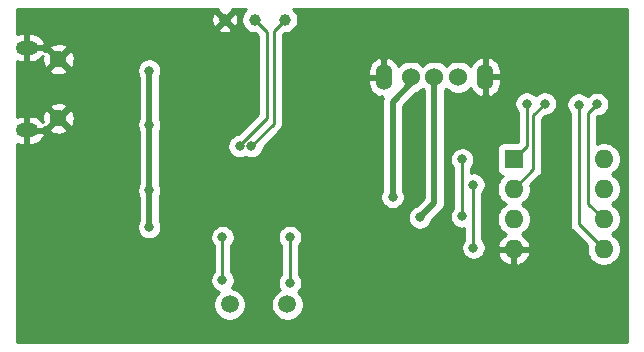
<source format=gbr>
%TF.GenerationSoftware,KiCad,Pcbnew,5.1.9+dfsg1-1~bpo10+1*%
%TF.CreationDate,2021-05-16T10:46:30+08:00*%
%TF.ProjectId,serprog,73657270-726f-4672-9e6b-696361645f70,rev?*%
%TF.SameCoordinates,Original*%
%TF.FileFunction,Copper,L2,Bot*%
%TF.FilePolarity,Positive*%
%FSLAX46Y46*%
G04 Gerber Fmt 4.6, Leading zero omitted, Abs format (unit mm)*
G04 Created by KiCad (PCBNEW 5.1.9+dfsg1-1~bpo10+1) date 2021-05-16 10:46:30*
%MOMM*%
%LPD*%
G01*
G04 APERTURE LIST*
%TA.AperFunction,ComponentPad*%
%ADD10C,1.450000*%
%TD*%
%TA.AperFunction,ComponentPad*%
%ADD11O,1.900000X1.200000*%
%TD*%
%TA.AperFunction,SMDPad,CuDef*%
%ADD12C,1.000000*%
%TD*%
%TA.AperFunction,ComponentPad*%
%ADD13O,1.600000X1.600000*%
%TD*%
%TA.AperFunction,ComponentPad*%
%ADD14R,1.600000X1.600000*%
%TD*%
%TA.AperFunction,ComponentPad*%
%ADD15C,1.500000*%
%TD*%
%TA.AperFunction,ComponentPad*%
%ADD16O,1.400000X2.200000*%
%TD*%
%TA.AperFunction,ComponentPad*%
%ADD17C,1.524000*%
%TD*%
%TA.AperFunction,ViaPad*%
%ADD18C,0.800000*%
%TD*%
%TA.AperFunction,Conductor*%
%ADD19C,0.250000*%
%TD*%
%TA.AperFunction,Conductor*%
%ADD20C,0.500000*%
%TD*%
%TA.AperFunction,Conductor*%
%ADD21C,0.254000*%
%TD*%
%TA.AperFunction,Conductor*%
%ADD22C,0.100000*%
%TD*%
G04 APERTURE END LIST*
D10*
%TO.P,J1,6*%
%TO.N,GND*%
X106262500Y-60700000D03*
X106262500Y-65700000D03*
D11*
X103562500Y-59700000D03*
X103562500Y-66700000D03*
%TD*%
D12*
%TO.P,RX,1*%
%TO.N,USART1_RX*%
X122880000Y-57350000D03*
%TD*%
%TO.P,TX,1*%
%TO.N,USART1_TX*%
X125420000Y-57350000D03*
%TD*%
%TO.P,G,1*%
%TO.N,GND*%
X120340000Y-57350000D03*
%TD*%
D13*
%TO.P,U4,8*%
%TO.N,FLASH_VCC*%
X152420000Y-69150000D03*
%TO.P,U4,4*%
%TO.N,GND*%
X144800000Y-76770000D03*
%TO.P,U4,7*%
%TO.N,FLASH_VCC*%
X152420000Y-71690000D03*
%TO.P,U4,3*%
X144800000Y-74230000D03*
%TO.P,U4,6*%
%TO.N,FLASH_SCK*%
X152420000Y-74230000D03*
%TO.P,U4,2*%
%TO.N,FLASH_MISO*%
X144800000Y-71690000D03*
%TO.P,U4,5*%
%TO.N,FLASH_MOSI*%
X152420000Y-76770000D03*
D14*
%TO.P,U4,1*%
%TO.N,FLASH_NSS*%
X144800000Y-69150000D03*
%TD*%
D15*
%TO.P,Y1,2*%
%TO.N,OSC_O*%
X125630000Y-81450000D03*
%TO.P,Y1,1*%
%TO.N,OSC_I*%
X120750000Y-81450000D03*
%TD*%
D16*
%TO.P,SW1,*%
%TO.N,GND*%
X142400000Y-62190000D03*
X133800000Y-62200000D03*
D17*
%TO.P,SW1,3*%
%TO.N,+1V8*%
X140100000Y-62200000D03*
%TO.P,SW1,2*%
%TO.N,FLASH_VCC*%
X138100000Y-62200000D03*
%TO.P,SW1,1*%
%TO.N,+3V3*%
X136100000Y-62200000D03*
%TD*%
D18*
%TO.N,GND*%
X124850000Y-74950002D03*
X115150000Y-80650000D03*
X128400000Y-80700000D03*
X129600000Y-63100000D03*
X116750000Y-64550000D03*
X119850000Y-68050000D03*
X122350000Y-61750000D03*
X104550000Y-69000000D03*
X104550000Y-71600000D03*
X108030000Y-70390000D03*
X104050000Y-80700000D03*
X103900000Y-83900000D03*
X144200000Y-63800000D03*
X143850000Y-57800000D03*
X153450000Y-57900000D03*
X146490000Y-81360000D03*
X138610000Y-83230000D03*
X138550000Y-80030000D03*
X153330000Y-81710000D03*
X149660000Y-79330000D03*
X115350000Y-72200000D03*
X115300000Y-74350000D03*
X125700000Y-64100000D03*
X130650000Y-70050000D03*
X142950000Y-70700000D03*
X143000000Y-72950000D03*
X148300000Y-69650000D03*
X115200000Y-77150000D03*
X109240000Y-83130000D03*
X113230000Y-83190000D03*
X129510000Y-57160000D03*
X114790000Y-57210000D03*
X107280000Y-57290000D03*
X132120000Y-84190000D03*
X135350000Y-75750000D03*
X126725000Y-68475008D03*
X136075000Y-66225000D03*
X136200000Y-71200000D03*
X142175000Y-68275000D03*
%TO.N,nRST*%
X120150000Y-75750000D03*
X120150000Y-79400000D03*
%TO.N,+3V3*%
X134550000Y-72350000D03*
X113950000Y-66250000D03*
X113950000Y-61650000D03*
X113950000Y-71800000D03*
X113950000Y-74900000D03*
%TO.N,FLASH_VCC*%
X136850000Y-74075000D03*
%TO.N,USART1_RX*%
X121599991Y-68052216D03*
%TO.N,USART1_TX*%
X122600000Y-68050000D03*
%TO.N,FLASH_NSS*%
X145900000Y-64450000D03*
X140450000Y-74000000D03*
X140450000Y-69175006D03*
%TO.N,FLASH_SCK*%
X151850000Y-64500000D03*
%TO.N,FLASH_MOSI*%
X141400000Y-76650000D03*
X150300000Y-64525000D03*
X141400000Y-71299998D03*
%TO.N,FLASH_MISO*%
X147450000Y-64450000D03*
%TO.N,PA0*%
X125850000Y-75750000D03*
X125850000Y-79650000D03*
%TD*%
D19*
%TO.N,nRST*%
X120150000Y-79400000D02*
X120150000Y-75750000D01*
D20*
%TO.N,+3V3*%
X134550000Y-72350000D02*
X134550000Y-72350000D01*
X113950000Y-66250000D02*
X113950000Y-61650000D01*
X113950000Y-61650000D02*
X113950000Y-61650000D01*
X113960000Y-70000000D02*
X113950000Y-69990000D01*
X113950000Y-66250000D02*
X113950000Y-69990000D01*
X113950000Y-69990000D02*
X113950000Y-71800000D01*
X113950000Y-71800000D02*
X113950000Y-74900000D01*
X134550000Y-64275000D02*
X134550000Y-72350000D01*
X136100000Y-62200000D02*
X136100000Y-62725000D01*
X136100000Y-62725000D02*
X134550000Y-64275000D01*
%TO.N,FLASH_VCC*%
X138100000Y-72825000D02*
X136850000Y-74075000D01*
X138100000Y-62200000D02*
X138100000Y-72825000D01*
D19*
%TO.N,USART1_RX*%
X121599991Y-67977007D02*
X121599991Y-68052216D01*
X123900000Y-65676998D02*
X121599991Y-67977007D01*
X122880000Y-57350000D02*
X123900000Y-58370000D01*
X123900000Y-58370000D02*
X123900000Y-65676998D01*
%TO.N,USART1_TX*%
X124500000Y-66150000D02*
X122600000Y-68050000D01*
X124500000Y-58300000D02*
X124500000Y-66150000D01*
X125420000Y-57350000D02*
X125450000Y-57350000D01*
X125450000Y-57350000D02*
X124500000Y-58300000D01*
%TO.N,FLASH_NSS*%
X145900000Y-68050000D02*
X144800000Y-69150000D01*
X145900000Y-64450000D02*
X145900000Y-68050000D01*
X140450000Y-74000000D02*
X140450000Y-73434315D01*
X140450000Y-73434315D02*
X140450000Y-69175006D01*
%TO.N,FLASH_SCK*%
X151850000Y-64500000D02*
X151100011Y-65249989D01*
X151100011Y-65249989D02*
X151100011Y-72910011D01*
X151100011Y-72910011D02*
X152420000Y-74230000D01*
%TO.N,FLASH_MOSI*%
X150300000Y-74650000D02*
X150300000Y-64525000D01*
X152420000Y-76770000D02*
X150300000Y-74650000D01*
X141400000Y-76650000D02*
X141400000Y-71299998D01*
%TO.N,FLASH_MISO*%
X146475000Y-65425000D02*
X147450000Y-64450000D01*
X144800000Y-71690000D02*
X146475000Y-70015000D01*
X146475000Y-70015000D02*
X146475000Y-65425000D01*
%TO.N,PA0*%
X125850000Y-75750000D02*
X125850000Y-79650000D01*
%TD*%
D21*
%TO.N,GND*%
X119741439Y-56571834D02*
X120340000Y-57170395D01*
X120938561Y-56571834D01*
X120920163Y-56460000D01*
X122169034Y-56460000D01*
X122156480Y-56468388D01*
X121998388Y-56626480D01*
X121874176Y-56812376D01*
X121788617Y-57018933D01*
X121745000Y-57238212D01*
X121745000Y-57461788D01*
X121788617Y-57681067D01*
X121874176Y-57887624D01*
X121998388Y-58073520D01*
X122156480Y-58231612D01*
X122342376Y-58355824D01*
X122548933Y-58441383D01*
X122768212Y-58485000D01*
X122940198Y-58485000D01*
X123140000Y-58684802D01*
X123140001Y-65362195D01*
X121481735Y-67020462D01*
X121298093Y-67056990D01*
X121109735Y-67135011D01*
X120940217Y-67248279D01*
X120796054Y-67392442D01*
X120682786Y-67561960D01*
X120604765Y-67750318D01*
X120564991Y-67950277D01*
X120564991Y-68154155D01*
X120604765Y-68354114D01*
X120682786Y-68542472D01*
X120796054Y-68711990D01*
X120940217Y-68856153D01*
X121109735Y-68969421D01*
X121298093Y-69047442D01*
X121498052Y-69087216D01*
X121701930Y-69087216D01*
X121901889Y-69047442D01*
X122090247Y-68969421D01*
X122101654Y-68961799D01*
X122109744Y-68967205D01*
X122298102Y-69045226D01*
X122498061Y-69085000D01*
X122701939Y-69085000D01*
X122901898Y-69045226D01*
X123090256Y-68967205D01*
X123259774Y-68853937D01*
X123403937Y-68709774D01*
X123517205Y-68540256D01*
X123595226Y-68351898D01*
X123635000Y-68151939D01*
X123635000Y-68089801D01*
X125011003Y-66713799D01*
X125040001Y-66690001D01*
X125134974Y-66574276D01*
X125205546Y-66442247D01*
X125249003Y-66298986D01*
X125260000Y-66187333D01*
X125260000Y-66187325D01*
X125263676Y-66150000D01*
X125260000Y-66112675D01*
X125260000Y-62327000D01*
X132465000Y-62327000D01*
X132465000Y-62727000D01*
X132515428Y-62985005D01*
X132615221Y-63228215D01*
X132760545Y-63447283D01*
X132945815Y-63633790D01*
X133163910Y-63780569D01*
X133406450Y-63881980D01*
X133466671Y-63892716D01*
X133672998Y-63769375D01*
X133672998Y-63935000D01*
X133728316Y-63935000D01*
X133720733Y-63959999D01*
X133678044Y-64100724D01*
X133677805Y-64101511D01*
X133665000Y-64231524D01*
X133665000Y-64231531D01*
X133660719Y-64275000D01*
X133665000Y-64318469D01*
X133665001Y-71811544D01*
X133632795Y-71859744D01*
X133554774Y-72048102D01*
X133515000Y-72248061D01*
X133515000Y-72451939D01*
X133554774Y-72651898D01*
X133632795Y-72840256D01*
X133746063Y-73009774D01*
X133890226Y-73153937D01*
X134059744Y-73267205D01*
X134248102Y-73345226D01*
X134448061Y-73385000D01*
X134651939Y-73385000D01*
X134851898Y-73345226D01*
X135040256Y-73267205D01*
X135209774Y-73153937D01*
X135353937Y-73009774D01*
X135467205Y-72840256D01*
X135545226Y-72651898D01*
X135585000Y-72451939D01*
X135585000Y-72248061D01*
X135545226Y-72048102D01*
X135467205Y-71859744D01*
X135435000Y-71811546D01*
X135435000Y-64641578D01*
X136551491Y-63525088D01*
X136761727Y-63438005D01*
X136990535Y-63285120D01*
X137100000Y-63175655D01*
X137209465Y-63285120D01*
X137215000Y-63288818D01*
X137215001Y-72458420D01*
X136604957Y-73068465D01*
X136548102Y-73079774D01*
X136359744Y-73157795D01*
X136190226Y-73271063D01*
X136046063Y-73415226D01*
X135932795Y-73584744D01*
X135854774Y-73773102D01*
X135815000Y-73973061D01*
X135815000Y-74176939D01*
X135854774Y-74376898D01*
X135932795Y-74565256D01*
X136046063Y-74734774D01*
X136190226Y-74878937D01*
X136359744Y-74992205D01*
X136548102Y-75070226D01*
X136748061Y-75110000D01*
X136951939Y-75110000D01*
X137151898Y-75070226D01*
X137340256Y-74992205D01*
X137509774Y-74878937D01*
X137653937Y-74734774D01*
X137767205Y-74565256D01*
X137845226Y-74376898D01*
X137856535Y-74320043D01*
X138695049Y-73481530D01*
X138728817Y-73453817D01*
X138839411Y-73319059D01*
X138921589Y-73165313D01*
X138972195Y-72998490D01*
X138985000Y-72868477D01*
X138985000Y-72868469D01*
X138989281Y-72825000D01*
X138985000Y-72781531D01*
X138985000Y-69073067D01*
X139415000Y-69073067D01*
X139415000Y-69276945D01*
X139454774Y-69476904D01*
X139532795Y-69665262D01*
X139646063Y-69834780D01*
X139690001Y-69878718D01*
X139690000Y-73296289D01*
X139646063Y-73340226D01*
X139532795Y-73509744D01*
X139454774Y-73698102D01*
X139415000Y-73898061D01*
X139415000Y-74101939D01*
X139454774Y-74301898D01*
X139532795Y-74490256D01*
X139646063Y-74659774D01*
X139790226Y-74803937D01*
X139959744Y-74917205D01*
X140148102Y-74995226D01*
X140348061Y-75035000D01*
X140551939Y-75035000D01*
X140640000Y-75017484D01*
X140640000Y-75946289D01*
X140596063Y-75990226D01*
X140482795Y-76159744D01*
X140404774Y-76348102D01*
X140365000Y-76548061D01*
X140365000Y-76751939D01*
X140404774Y-76951898D01*
X140482795Y-77140256D01*
X140596063Y-77309774D01*
X140740226Y-77453937D01*
X140909744Y-77567205D01*
X141098102Y-77645226D01*
X141298061Y-77685000D01*
X141501939Y-77685000D01*
X141701898Y-77645226D01*
X141890256Y-77567205D01*
X142059774Y-77453937D01*
X142203937Y-77309774D01*
X142317205Y-77140256D01*
X142325993Y-77119039D01*
X143408096Y-77119039D01*
X143448754Y-77253087D01*
X143568963Y-77507420D01*
X143736481Y-77733414D01*
X143944869Y-77922385D01*
X144186119Y-78067070D01*
X144450960Y-78161909D01*
X144673000Y-78040624D01*
X144673000Y-76897000D01*
X144927000Y-76897000D01*
X144927000Y-78040624D01*
X145149040Y-78161909D01*
X145413881Y-78067070D01*
X145655131Y-77922385D01*
X145863519Y-77733414D01*
X146031037Y-77507420D01*
X146151246Y-77253087D01*
X146191904Y-77119039D01*
X146069915Y-76897000D01*
X144927000Y-76897000D01*
X144673000Y-76897000D01*
X143530085Y-76897000D01*
X143408096Y-77119039D01*
X142325993Y-77119039D01*
X142395226Y-76951898D01*
X142435000Y-76751939D01*
X142435000Y-76548061D01*
X142395226Y-76348102D01*
X142317205Y-76159744D01*
X142203937Y-75990226D01*
X142160000Y-75946289D01*
X142160000Y-72003709D01*
X142203937Y-71959772D01*
X142317205Y-71790254D01*
X142395226Y-71601896D01*
X142435000Y-71401937D01*
X142435000Y-71198059D01*
X142395226Y-70998100D01*
X142317205Y-70809742D01*
X142203937Y-70640224D01*
X142059774Y-70496061D01*
X141890256Y-70382793D01*
X141701898Y-70304772D01*
X141501939Y-70264998D01*
X141298061Y-70264998D01*
X141210000Y-70282514D01*
X141210000Y-69878717D01*
X141253937Y-69834780D01*
X141367205Y-69665262D01*
X141445226Y-69476904D01*
X141485000Y-69276945D01*
X141485000Y-69073067D01*
X141445226Y-68873108D01*
X141367205Y-68684750D01*
X141253937Y-68515232D01*
X141109774Y-68371069D01*
X141078242Y-68350000D01*
X143361928Y-68350000D01*
X143361928Y-69950000D01*
X143374188Y-70074482D01*
X143410498Y-70194180D01*
X143469463Y-70304494D01*
X143548815Y-70401185D01*
X143645506Y-70480537D01*
X143755820Y-70539502D01*
X143875518Y-70575812D01*
X143883961Y-70576643D01*
X143685363Y-70775241D01*
X143528320Y-71010273D01*
X143420147Y-71271426D01*
X143365000Y-71548665D01*
X143365000Y-71831335D01*
X143420147Y-72108574D01*
X143528320Y-72369727D01*
X143685363Y-72604759D01*
X143885241Y-72804637D01*
X144117759Y-72960000D01*
X143885241Y-73115363D01*
X143685363Y-73315241D01*
X143528320Y-73550273D01*
X143420147Y-73811426D01*
X143365000Y-74088665D01*
X143365000Y-74371335D01*
X143420147Y-74648574D01*
X143528320Y-74909727D01*
X143685363Y-75144759D01*
X143885241Y-75344637D01*
X144120273Y-75501680D01*
X144130865Y-75506067D01*
X143944869Y-75617615D01*
X143736481Y-75806586D01*
X143568963Y-76032580D01*
X143448754Y-76286913D01*
X143408096Y-76420961D01*
X143530085Y-76643000D01*
X144673000Y-76643000D01*
X144673000Y-76623000D01*
X144927000Y-76623000D01*
X144927000Y-76643000D01*
X146069915Y-76643000D01*
X146191904Y-76420961D01*
X146151246Y-76286913D01*
X146031037Y-76032580D01*
X145863519Y-75806586D01*
X145655131Y-75617615D01*
X145469135Y-75506067D01*
X145479727Y-75501680D01*
X145714759Y-75344637D01*
X145914637Y-75144759D01*
X146071680Y-74909727D01*
X146179853Y-74648574D01*
X146235000Y-74371335D01*
X146235000Y-74088665D01*
X146179853Y-73811426D01*
X146071680Y-73550273D01*
X145914637Y-73315241D01*
X145714759Y-73115363D01*
X145482241Y-72960000D01*
X145714759Y-72804637D01*
X145914637Y-72604759D01*
X146071680Y-72369727D01*
X146179853Y-72108574D01*
X146235000Y-71831335D01*
X146235000Y-71548665D01*
X146198688Y-71366114D01*
X146986004Y-70578798D01*
X147015001Y-70555001D01*
X147109974Y-70439276D01*
X147180546Y-70307247D01*
X147224003Y-70163986D01*
X147235000Y-70052333D01*
X147235000Y-70052325D01*
X147238676Y-70015000D01*
X147235000Y-69977675D01*
X147235000Y-65739801D01*
X147489801Y-65485000D01*
X147551939Y-65485000D01*
X147751898Y-65445226D01*
X147940256Y-65367205D01*
X148109774Y-65253937D01*
X148253937Y-65109774D01*
X148367205Y-64940256D01*
X148445226Y-64751898D01*
X148485000Y-64551939D01*
X148485000Y-64423061D01*
X149265000Y-64423061D01*
X149265000Y-64626939D01*
X149304774Y-64826898D01*
X149382795Y-65015256D01*
X149496063Y-65184774D01*
X149540001Y-65228712D01*
X149540000Y-74612678D01*
X149536324Y-74650000D01*
X149540000Y-74687322D01*
X149540000Y-74687332D01*
X149550997Y-74798985D01*
X149571014Y-74864973D01*
X149594454Y-74942246D01*
X149665026Y-75074276D01*
X149694344Y-75110000D01*
X149759999Y-75190001D01*
X149789003Y-75213804D01*
X151021312Y-76446114D01*
X150985000Y-76628665D01*
X150985000Y-76911335D01*
X151040147Y-77188574D01*
X151148320Y-77449727D01*
X151305363Y-77684759D01*
X151505241Y-77884637D01*
X151740273Y-78041680D01*
X152001426Y-78149853D01*
X152278665Y-78205000D01*
X152561335Y-78205000D01*
X152838574Y-78149853D01*
X153099727Y-78041680D01*
X153334759Y-77884637D01*
X153534637Y-77684759D01*
X153691680Y-77449727D01*
X153799853Y-77188574D01*
X153855000Y-76911335D01*
X153855000Y-76628665D01*
X153799853Y-76351426D01*
X153691680Y-76090273D01*
X153534637Y-75855241D01*
X153334759Y-75655363D01*
X153102241Y-75500000D01*
X153334759Y-75344637D01*
X153534637Y-75144759D01*
X153691680Y-74909727D01*
X153799853Y-74648574D01*
X153855000Y-74371335D01*
X153855000Y-74088665D01*
X153799853Y-73811426D01*
X153691680Y-73550273D01*
X153534637Y-73315241D01*
X153334759Y-73115363D01*
X153102241Y-72960000D01*
X153334759Y-72804637D01*
X153534637Y-72604759D01*
X153691680Y-72369727D01*
X153799853Y-72108574D01*
X153855000Y-71831335D01*
X153855000Y-71548665D01*
X153799853Y-71271426D01*
X153691680Y-71010273D01*
X153534637Y-70775241D01*
X153334759Y-70575363D01*
X153102241Y-70420000D01*
X153334759Y-70264637D01*
X153534637Y-70064759D01*
X153691680Y-69829727D01*
X153799853Y-69568574D01*
X153855000Y-69291335D01*
X153855000Y-69008665D01*
X153799853Y-68731426D01*
X153691680Y-68470273D01*
X153534637Y-68235241D01*
X153334759Y-68035363D01*
X153099727Y-67878320D01*
X152838574Y-67770147D01*
X152561335Y-67715000D01*
X152278665Y-67715000D01*
X152001426Y-67770147D01*
X151860011Y-67828723D01*
X151860011Y-65564790D01*
X151889801Y-65535000D01*
X151951939Y-65535000D01*
X152151898Y-65495226D01*
X152340256Y-65417205D01*
X152509774Y-65303937D01*
X152653937Y-65159774D01*
X152767205Y-64990256D01*
X152845226Y-64801898D01*
X152885000Y-64601939D01*
X152885000Y-64398061D01*
X152845226Y-64198102D01*
X152767205Y-64009744D01*
X152653937Y-63840226D01*
X152509774Y-63696063D01*
X152340256Y-63582795D01*
X152151898Y-63504774D01*
X151951939Y-63465000D01*
X151748061Y-63465000D01*
X151548102Y-63504774D01*
X151359744Y-63582795D01*
X151190226Y-63696063D01*
X151062500Y-63823789D01*
X150959774Y-63721063D01*
X150790256Y-63607795D01*
X150601898Y-63529774D01*
X150401939Y-63490000D01*
X150198061Y-63490000D01*
X149998102Y-63529774D01*
X149809744Y-63607795D01*
X149640226Y-63721063D01*
X149496063Y-63865226D01*
X149382795Y-64034744D01*
X149304774Y-64223102D01*
X149265000Y-64423061D01*
X148485000Y-64423061D01*
X148485000Y-64348061D01*
X148445226Y-64148102D01*
X148367205Y-63959744D01*
X148253937Y-63790226D01*
X148109774Y-63646063D01*
X147940256Y-63532795D01*
X147751898Y-63454774D01*
X147551939Y-63415000D01*
X147348061Y-63415000D01*
X147148102Y-63454774D01*
X146959744Y-63532795D01*
X146790226Y-63646063D01*
X146675000Y-63761289D01*
X146559774Y-63646063D01*
X146390256Y-63532795D01*
X146201898Y-63454774D01*
X146001939Y-63415000D01*
X145798061Y-63415000D01*
X145598102Y-63454774D01*
X145409744Y-63532795D01*
X145240226Y-63646063D01*
X145096063Y-63790226D01*
X144982795Y-63959744D01*
X144904774Y-64148102D01*
X144865000Y-64348061D01*
X144865000Y-64551939D01*
X144904774Y-64751898D01*
X144982795Y-64940256D01*
X145096063Y-65109774D01*
X145140000Y-65153711D01*
X145140001Y-67711928D01*
X144000000Y-67711928D01*
X143875518Y-67724188D01*
X143755820Y-67760498D01*
X143645506Y-67819463D01*
X143548815Y-67898815D01*
X143469463Y-67995506D01*
X143410498Y-68105820D01*
X143374188Y-68225518D01*
X143361928Y-68350000D01*
X141078242Y-68350000D01*
X140940256Y-68257801D01*
X140751898Y-68179780D01*
X140551939Y-68140006D01*
X140348061Y-68140006D01*
X140148102Y-68179780D01*
X139959744Y-68257801D01*
X139790226Y-68371069D01*
X139646063Y-68515232D01*
X139532795Y-68684750D01*
X139454774Y-68873108D01*
X139415000Y-69073067D01*
X138985000Y-69073067D01*
X138985000Y-63288818D01*
X138990535Y-63285120D01*
X139100000Y-63175655D01*
X139209465Y-63285120D01*
X139438273Y-63438005D01*
X139692510Y-63543314D01*
X139962408Y-63597000D01*
X140237592Y-63597000D01*
X140507490Y-63543314D01*
X140761727Y-63438005D01*
X140990535Y-63285120D01*
X141169316Y-63106339D01*
X141215221Y-63218215D01*
X141360545Y-63437283D01*
X141545815Y-63623790D01*
X141763910Y-63770569D01*
X142006450Y-63871980D01*
X142066671Y-63882716D01*
X142273000Y-63759374D01*
X142273000Y-62317000D01*
X142527000Y-62317000D01*
X142527000Y-63759374D01*
X142733329Y-63882716D01*
X142793550Y-63871980D01*
X143036090Y-63770569D01*
X143254185Y-63623790D01*
X143439455Y-63437283D01*
X143584779Y-63218215D01*
X143684572Y-62975005D01*
X143735000Y-62717000D01*
X143735000Y-62317000D01*
X142527000Y-62317000D01*
X142273000Y-62317000D01*
X142253000Y-62317000D01*
X142253000Y-62063000D01*
X142273000Y-62063000D01*
X142273000Y-60620626D01*
X142527000Y-60620626D01*
X142527000Y-62063000D01*
X143735000Y-62063000D01*
X143735000Y-61663000D01*
X143684572Y-61404995D01*
X143584779Y-61161785D01*
X143439455Y-60942717D01*
X143254185Y-60756210D01*
X143036090Y-60609431D01*
X142793550Y-60508020D01*
X142733329Y-60497284D01*
X142527000Y-60620626D01*
X142273000Y-60620626D01*
X142066671Y-60497284D01*
X142006450Y-60508020D01*
X141763910Y-60609431D01*
X141545815Y-60756210D01*
X141360545Y-60942717D01*
X141215221Y-61161785D01*
X141163498Y-61287843D01*
X140990535Y-61114880D01*
X140761727Y-60961995D01*
X140507490Y-60856686D01*
X140237592Y-60803000D01*
X139962408Y-60803000D01*
X139692510Y-60856686D01*
X139438273Y-60961995D01*
X139209465Y-61114880D01*
X139100000Y-61224345D01*
X138990535Y-61114880D01*
X138761727Y-60961995D01*
X138507490Y-60856686D01*
X138237592Y-60803000D01*
X137962408Y-60803000D01*
X137692510Y-60856686D01*
X137438273Y-60961995D01*
X137209465Y-61114880D01*
X137100000Y-61224345D01*
X136990535Y-61114880D01*
X136761727Y-60961995D01*
X136507490Y-60856686D01*
X136237592Y-60803000D01*
X135962408Y-60803000D01*
X135692510Y-60856686D01*
X135438273Y-60961995D01*
X135209465Y-61114880D01*
X135033593Y-61290752D01*
X134984779Y-61171785D01*
X134839455Y-60952717D01*
X134654185Y-60766210D01*
X134436090Y-60619431D01*
X134193550Y-60518020D01*
X134133329Y-60507284D01*
X133927000Y-60630626D01*
X133927000Y-62073000D01*
X133947000Y-62073000D01*
X133947000Y-62327000D01*
X133927000Y-62327000D01*
X133927000Y-62347000D01*
X133673000Y-62347000D01*
X133673000Y-62327000D01*
X132465000Y-62327000D01*
X125260000Y-62327000D01*
X125260000Y-61673000D01*
X132465000Y-61673000D01*
X132465000Y-62073000D01*
X133673000Y-62073000D01*
X133673000Y-60630626D01*
X133466671Y-60507284D01*
X133406450Y-60518020D01*
X133163910Y-60619431D01*
X132945815Y-60766210D01*
X132760545Y-60952717D01*
X132615221Y-61171785D01*
X132515428Y-61414995D01*
X132465000Y-61673000D01*
X125260000Y-61673000D01*
X125260000Y-58614801D01*
X125389801Y-58485000D01*
X125531788Y-58485000D01*
X125751067Y-58441383D01*
X125957624Y-58355824D01*
X126143520Y-58231612D01*
X126301612Y-58073520D01*
X126425824Y-57887624D01*
X126511383Y-57681067D01*
X126555000Y-57461788D01*
X126555000Y-57238212D01*
X126511383Y-57018933D01*
X126425824Y-56812376D01*
X126301612Y-56626480D01*
X126143520Y-56468388D01*
X126130966Y-56460000D01*
X154440001Y-56460000D01*
X154440000Y-84640000D01*
X102760000Y-84640000D01*
X102760000Y-67850016D01*
X102847004Y-67886493D01*
X103085500Y-67935000D01*
X103435500Y-67935000D01*
X103435500Y-66827000D01*
X103689500Y-66827000D01*
X103689500Y-67935000D01*
X104039500Y-67935000D01*
X104277996Y-67886493D01*
X104502446Y-67792390D01*
X104704225Y-67656307D01*
X104875578Y-67483474D01*
X105009921Y-67280533D01*
X105102091Y-67055282D01*
X105105962Y-67017609D01*
X104981231Y-66827000D01*
X103689500Y-66827000D01*
X103435500Y-66827000D01*
X103415500Y-66827000D01*
X103415500Y-66639133D01*
X105502972Y-66639133D01*
X105565465Y-66875450D01*
X105808178Y-66988850D01*
X106068349Y-67052719D01*
X106335982Y-67064604D01*
X106600791Y-67024048D01*
X106852600Y-66932609D01*
X106959535Y-66875450D01*
X107022028Y-66639133D01*
X106262500Y-65879605D01*
X105502972Y-66639133D01*
X103415500Y-66639133D01*
X103415500Y-66573000D01*
X103435500Y-66573000D01*
X103435500Y-65465000D01*
X103689500Y-65465000D01*
X103689500Y-66573000D01*
X104981231Y-66573000D01*
X105095003Y-66399138D01*
X105323367Y-66459528D01*
X106082895Y-65700000D01*
X106442105Y-65700000D01*
X107201633Y-66459528D01*
X107437950Y-66397035D01*
X107551350Y-66154322D01*
X107615219Y-65894151D01*
X107627104Y-65626518D01*
X107586548Y-65361709D01*
X107495109Y-65109900D01*
X107437950Y-65002965D01*
X107201633Y-64940472D01*
X106442105Y-65700000D01*
X106082895Y-65700000D01*
X105323367Y-64940472D01*
X105087050Y-65002965D01*
X104973650Y-65245678D01*
X104909781Y-65505849D01*
X104897896Y-65773482D01*
X104933115Y-66003442D01*
X104875578Y-65916526D01*
X104704225Y-65743693D01*
X104502446Y-65607610D01*
X104277996Y-65513507D01*
X104039500Y-65465000D01*
X103689500Y-65465000D01*
X103435500Y-65465000D01*
X103085500Y-65465000D01*
X102847004Y-65513507D01*
X102760000Y-65549984D01*
X102760000Y-64760867D01*
X105502972Y-64760867D01*
X106262500Y-65520395D01*
X107022028Y-64760867D01*
X106959535Y-64524550D01*
X106716822Y-64411150D01*
X106456651Y-64347281D01*
X106189018Y-64335396D01*
X105924209Y-64375952D01*
X105672400Y-64467391D01*
X105565465Y-64524550D01*
X105502972Y-64760867D01*
X102760000Y-64760867D01*
X102760000Y-61639133D01*
X105502972Y-61639133D01*
X105565465Y-61875450D01*
X105808178Y-61988850D01*
X106068349Y-62052719D01*
X106335982Y-62064604D01*
X106600791Y-62024048D01*
X106852600Y-61932609D01*
X106959535Y-61875450D01*
X107022028Y-61639133D01*
X106930956Y-61548061D01*
X112915000Y-61548061D01*
X112915000Y-61751939D01*
X112954774Y-61951898D01*
X113032795Y-62140256D01*
X113065001Y-62188456D01*
X113065000Y-65711545D01*
X113032795Y-65759744D01*
X112954774Y-65948102D01*
X112915000Y-66148061D01*
X112915000Y-66351939D01*
X112954774Y-66551898D01*
X113032795Y-66740256D01*
X113065000Y-66788455D01*
X113065001Y-69946514D01*
X113065000Y-69946524D01*
X113065000Y-69946531D01*
X113060719Y-69990000D01*
X113065000Y-70033469D01*
X113065001Y-71261545D01*
X113032795Y-71309744D01*
X112954774Y-71498102D01*
X112915000Y-71698061D01*
X112915000Y-71901939D01*
X112954774Y-72101898D01*
X113032795Y-72290256D01*
X113065000Y-72338455D01*
X113065001Y-74361544D01*
X113032795Y-74409744D01*
X112954774Y-74598102D01*
X112915000Y-74798061D01*
X112915000Y-75001939D01*
X112954774Y-75201898D01*
X113032795Y-75390256D01*
X113146063Y-75559774D01*
X113290226Y-75703937D01*
X113459744Y-75817205D01*
X113648102Y-75895226D01*
X113848061Y-75935000D01*
X114051939Y-75935000D01*
X114251898Y-75895226D01*
X114440256Y-75817205D01*
X114609774Y-75703937D01*
X114665650Y-75648061D01*
X119115000Y-75648061D01*
X119115000Y-75851939D01*
X119154774Y-76051898D01*
X119232795Y-76240256D01*
X119346063Y-76409774D01*
X119390001Y-76453712D01*
X119390000Y-78696289D01*
X119346063Y-78740226D01*
X119232795Y-78909744D01*
X119154774Y-79098102D01*
X119115000Y-79298061D01*
X119115000Y-79501939D01*
X119154774Y-79701898D01*
X119232795Y-79890256D01*
X119346063Y-80059774D01*
X119490226Y-80203937D01*
X119659744Y-80317205D01*
X119846679Y-80394636D01*
X119674201Y-80567114D01*
X119522629Y-80793957D01*
X119418225Y-81046011D01*
X119365000Y-81313589D01*
X119365000Y-81586411D01*
X119418225Y-81853989D01*
X119522629Y-82106043D01*
X119674201Y-82332886D01*
X119867114Y-82525799D01*
X120093957Y-82677371D01*
X120346011Y-82781775D01*
X120613589Y-82835000D01*
X120886411Y-82835000D01*
X121153989Y-82781775D01*
X121406043Y-82677371D01*
X121632886Y-82525799D01*
X121825799Y-82332886D01*
X121977371Y-82106043D01*
X122081775Y-81853989D01*
X122135000Y-81586411D01*
X122135000Y-81313589D01*
X124245000Y-81313589D01*
X124245000Y-81586411D01*
X124298225Y-81853989D01*
X124402629Y-82106043D01*
X124554201Y-82332886D01*
X124747114Y-82525799D01*
X124973957Y-82677371D01*
X125226011Y-82781775D01*
X125493589Y-82835000D01*
X125766411Y-82835000D01*
X126033989Y-82781775D01*
X126286043Y-82677371D01*
X126512886Y-82525799D01*
X126705799Y-82332886D01*
X126857371Y-82106043D01*
X126961775Y-81853989D01*
X127015000Y-81586411D01*
X127015000Y-81313589D01*
X126961775Y-81046011D01*
X126857371Y-80793957D01*
X126705799Y-80567114D01*
X126551198Y-80412513D01*
X126653937Y-80309774D01*
X126767205Y-80140256D01*
X126845226Y-79951898D01*
X126885000Y-79751939D01*
X126885000Y-79548061D01*
X126845226Y-79348102D01*
X126767205Y-79159744D01*
X126653937Y-78990226D01*
X126610000Y-78946289D01*
X126610000Y-76453711D01*
X126653937Y-76409774D01*
X126767205Y-76240256D01*
X126845226Y-76051898D01*
X126885000Y-75851939D01*
X126885000Y-75648061D01*
X126845226Y-75448102D01*
X126767205Y-75259744D01*
X126653937Y-75090226D01*
X126509774Y-74946063D01*
X126340256Y-74832795D01*
X126151898Y-74754774D01*
X125951939Y-74715000D01*
X125748061Y-74715000D01*
X125548102Y-74754774D01*
X125359744Y-74832795D01*
X125190226Y-74946063D01*
X125046063Y-75090226D01*
X124932795Y-75259744D01*
X124854774Y-75448102D01*
X124815000Y-75648061D01*
X124815000Y-75851939D01*
X124854774Y-76051898D01*
X124932795Y-76240256D01*
X125046063Y-76409774D01*
X125090000Y-76453711D01*
X125090001Y-78946288D01*
X125046063Y-78990226D01*
X124932795Y-79159744D01*
X124854774Y-79348102D01*
X124815000Y-79548061D01*
X124815000Y-79751939D01*
X124854774Y-79951898D01*
X124932795Y-80140256D01*
X124984826Y-80218127D01*
X124973957Y-80222629D01*
X124747114Y-80374201D01*
X124554201Y-80567114D01*
X124402629Y-80793957D01*
X124298225Y-81046011D01*
X124245000Y-81313589D01*
X122135000Y-81313589D01*
X122081775Y-81046011D01*
X121977371Y-80793957D01*
X121825799Y-80567114D01*
X121632886Y-80374201D01*
X121406043Y-80222629D01*
X121153989Y-80118225D01*
X120938375Y-80075336D01*
X120953937Y-80059774D01*
X121067205Y-79890256D01*
X121145226Y-79701898D01*
X121185000Y-79501939D01*
X121185000Y-79298061D01*
X121145226Y-79098102D01*
X121067205Y-78909744D01*
X120953937Y-78740226D01*
X120910000Y-78696289D01*
X120910000Y-76453711D01*
X120953937Y-76409774D01*
X121067205Y-76240256D01*
X121145226Y-76051898D01*
X121185000Y-75851939D01*
X121185000Y-75648061D01*
X121145226Y-75448102D01*
X121067205Y-75259744D01*
X120953937Y-75090226D01*
X120809774Y-74946063D01*
X120640256Y-74832795D01*
X120451898Y-74754774D01*
X120251939Y-74715000D01*
X120048061Y-74715000D01*
X119848102Y-74754774D01*
X119659744Y-74832795D01*
X119490226Y-74946063D01*
X119346063Y-75090226D01*
X119232795Y-75259744D01*
X119154774Y-75448102D01*
X119115000Y-75648061D01*
X114665650Y-75648061D01*
X114753937Y-75559774D01*
X114867205Y-75390256D01*
X114945226Y-75201898D01*
X114985000Y-75001939D01*
X114985000Y-74798061D01*
X114945226Y-74598102D01*
X114867205Y-74409744D01*
X114835000Y-74361546D01*
X114835000Y-72338454D01*
X114867205Y-72290256D01*
X114945226Y-72101898D01*
X114985000Y-71901939D01*
X114985000Y-71698061D01*
X114945226Y-71498102D01*
X114867205Y-71309744D01*
X114835000Y-71261546D01*
X114835000Y-70144999D01*
X114849281Y-69999999D01*
X114835000Y-69855000D01*
X114835000Y-66788454D01*
X114867205Y-66740256D01*
X114945226Y-66551898D01*
X114985000Y-66351939D01*
X114985000Y-66148061D01*
X114945226Y-65948102D01*
X114867205Y-65759744D01*
X114835000Y-65711546D01*
X114835000Y-62188454D01*
X114867205Y-62140256D01*
X114945226Y-61951898D01*
X114985000Y-61751939D01*
X114985000Y-61548061D01*
X114945226Y-61348102D01*
X114867205Y-61159744D01*
X114753937Y-60990226D01*
X114609774Y-60846063D01*
X114440256Y-60732795D01*
X114251898Y-60654774D01*
X114051939Y-60615000D01*
X113848061Y-60615000D01*
X113648102Y-60654774D01*
X113459744Y-60732795D01*
X113290226Y-60846063D01*
X113146063Y-60990226D01*
X113032795Y-61159744D01*
X112954774Y-61348102D01*
X112915000Y-61548061D01*
X106930956Y-61548061D01*
X106262500Y-60879605D01*
X105502972Y-61639133D01*
X102760000Y-61639133D01*
X102760000Y-60850016D01*
X102847004Y-60886493D01*
X103085500Y-60935000D01*
X103435500Y-60935000D01*
X103435500Y-59827000D01*
X103689500Y-59827000D01*
X103689500Y-60935000D01*
X104039500Y-60935000D01*
X104277996Y-60886493D01*
X104502446Y-60792390D01*
X104704225Y-60656307D01*
X104875578Y-60483474D01*
X104938671Y-60388164D01*
X104909781Y-60505849D01*
X104897896Y-60773482D01*
X104938452Y-61038291D01*
X105029891Y-61290100D01*
X105087050Y-61397035D01*
X105323367Y-61459528D01*
X106082895Y-60700000D01*
X106442105Y-60700000D01*
X107201633Y-61459528D01*
X107437950Y-61397035D01*
X107551350Y-61154322D01*
X107615219Y-60894151D01*
X107627104Y-60626518D01*
X107586548Y-60361709D01*
X107495109Y-60109900D01*
X107437950Y-60002965D01*
X107201633Y-59940472D01*
X106442105Y-60700000D01*
X106082895Y-60700000D01*
X105323367Y-59940472D01*
X105095003Y-60000862D01*
X104981231Y-59827000D01*
X103689500Y-59827000D01*
X103435500Y-59827000D01*
X103415500Y-59827000D01*
X103415500Y-59760867D01*
X105502972Y-59760867D01*
X106262500Y-60520395D01*
X107022028Y-59760867D01*
X106959535Y-59524550D01*
X106716822Y-59411150D01*
X106456651Y-59347281D01*
X106189018Y-59335396D01*
X105924209Y-59375952D01*
X105672400Y-59467391D01*
X105565465Y-59524550D01*
X105502972Y-59760867D01*
X103415500Y-59760867D01*
X103415500Y-59573000D01*
X103435500Y-59573000D01*
X103435500Y-58465000D01*
X103689500Y-58465000D01*
X103689500Y-59573000D01*
X104981231Y-59573000D01*
X105105962Y-59382391D01*
X105102091Y-59344718D01*
X105009921Y-59119467D01*
X104875578Y-58916526D01*
X104704225Y-58743693D01*
X104502446Y-58607610D01*
X104277996Y-58513507D01*
X104039500Y-58465000D01*
X103689500Y-58465000D01*
X103435500Y-58465000D01*
X103085500Y-58465000D01*
X102847004Y-58513507D01*
X102760000Y-58549984D01*
X102760000Y-58128166D01*
X119741439Y-58128166D01*
X119776550Y-58341588D01*
X119980826Y-58432458D01*
X120198905Y-58481731D01*
X120422406Y-58487511D01*
X120642740Y-58449577D01*
X120851440Y-58369387D01*
X120903450Y-58341588D01*
X120938561Y-58128166D01*
X120340000Y-57529605D01*
X119741439Y-58128166D01*
X102760000Y-58128166D01*
X102760000Y-57432406D01*
X119202489Y-57432406D01*
X119240423Y-57652740D01*
X119320613Y-57861440D01*
X119348412Y-57913450D01*
X119561834Y-57948561D01*
X120160395Y-57350000D01*
X120519605Y-57350000D01*
X121118166Y-57948561D01*
X121331588Y-57913450D01*
X121422458Y-57709174D01*
X121471731Y-57491095D01*
X121477511Y-57267594D01*
X121439577Y-57047260D01*
X121359387Y-56838560D01*
X121331588Y-56786550D01*
X121118166Y-56751439D01*
X120519605Y-57350000D01*
X120160395Y-57350000D01*
X119561834Y-56751439D01*
X119348412Y-56786550D01*
X119257542Y-56990826D01*
X119208269Y-57208905D01*
X119202489Y-57432406D01*
X102760000Y-57432406D01*
X102760000Y-56460000D01*
X119759837Y-56460000D01*
X119741439Y-56571834D01*
%TA.AperFunction,Conductor*%
D22*
G36*
X119741439Y-56571834D02*
G01*
X120340000Y-57170395D01*
X120938561Y-56571834D01*
X120920163Y-56460000D01*
X122169034Y-56460000D01*
X122156480Y-56468388D01*
X121998388Y-56626480D01*
X121874176Y-56812376D01*
X121788617Y-57018933D01*
X121745000Y-57238212D01*
X121745000Y-57461788D01*
X121788617Y-57681067D01*
X121874176Y-57887624D01*
X121998388Y-58073520D01*
X122156480Y-58231612D01*
X122342376Y-58355824D01*
X122548933Y-58441383D01*
X122768212Y-58485000D01*
X122940198Y-58485000D01*
X123140000Y-58684802D01*
X123140001Y-65362195D01*
X121481735Y-67020462D01*
X121298093Y-67056990D01*
X121109735Y-67135011D01*
X120940217Y-67248279D01*
X120796054Y-67392442D01*
X120682786Y-67561960D01*
X120604765Y-67750318D01*
X120564991Y-67950277D01*
X120564991Y-68154155D01*
X120604765Y-68354114D01*
X120682786Y-68542472D01*
X120796054Y-68711990D01*
X120940217Y-68856153D01*
X121109735Y-68969421D01*
X121298093Y-69047442D01*
X121498052Y-69087216D01*
X121701930Y-69087216D01*
X121901889Y-69047442D01*
X122090247Y-68969421D01*
X122101654Y-68961799D01*
X122109744Y-68967205D01*
X122298102Y-69045226D01*
X122498061Y-69085000D01*
X122701939Y-69085000D01*
X122901898Y-69045226D01*
X123090256Y-68967205D01*
X123259774Y-68853937D01*
X123403937Y-68709774D01*
X123517205Y-68540256D01*
X123595226Y-68351898D01*
X123635000Y-68151939D01*
X123635000Y-68089801D01*
X125011003Y-66713799D01*
X125040001Y-66690001D01*
X125134974Y-66574276D01*
X125205546Y-66442247D01*
X125249003Y-66298986D01*
X125260000Y-66187333D01*
X125260000Y-66187325D01*
X125263676Y-66150000D01*
X125260000Y-66112675D01*
X125260000Y-62327000D01*
X132465000Y-62327000D01*
X132465000Y-62727000D01*
X132515428Y-62985005D01*
X132615221Y-63228215D01*
X132760545Y-63447283D01*
X132945815Y-63633790D01*
X133163910Y-63780569D01*
X133406450Y-63881980D01*
X133466671Y-63892716D01*
X133672998Y-63769375D01*
X133672998Y-63935000D01*
X133728316Y-63935000D01*
X133720733Y-63959999D01*
X133678044Y-64100724D01*
X133677805Y-64101511D01*
X133665000Y-64231524D01*
X133665000Y-64231531D01*
X133660719Y-64275000D01*
X133665000Y-64318469D01*
X133665001Y-71811544D01*
X133632795Y-71859744D01*
X133554774Y-72048102D01*
X133515000Y-72248061D01*
X133515000Y-72451939D01*
X133554774Y-72651898D01*
X133632795Y-72840256D01*
X133746063Y-73009774D01*
X133890226Y-73153937D01*
X134059744Y-73267205D01*
X134248102Y-73345226D01*
X134448061Y-73385000D01*
X134651939Y-73385000D01*
X134851898Y-73345226D01*
X135040256Y-73267205D01*
X135209774Y-73153937D01*
X135353937Y-73009774D01*
X135467205Y-72840256D01*
X135545226Y-72651898D01*
X135585000Y-72451939D01*
X135585000Y-72248061D01*
X135545226Y-72048102D01*
X135467205Y-71859744D01*
X135435000Y-71811546D01*
X135435000Y-64641578D01*
X136551491Y-63525088D01*
X136761727Y-63438005D01*
X136990535Y-63285120D01*
X137100000Y-63175655D01*
X137209465Y-63285120D01*
X137215000Y-63288818D01*
X137215001Y-72458420D01*
X136604957Y-73068465D01*
X136548102Y-73079774D01*
X136359744Y-73157795D01*
X136190226Y-73271063D01*
X136046063Y-73415226D01*
X135932795Y-73584744D01*
X135854774Y-73773102D01*
X135815000Y-73973061D01*
X135815000Y-74176939D01*
X135854774Y-74376898D01*
X135932795Y-74565256D01*
X136046063Y-74734774D01*
X136190226Y-74878937D01*
X136359744Y-74992205D01*
X136548102Y-75070226D01*
X136748061Y-75110000D01*
X136951939Y-75110000D01*
X137151898Y-75070226D01*
X137340256Y-74992205D01*
X137509774Y-74878937D01*
X137653937Y-74734774D01*
X137767205Y-74565256D01*
X137845226Y-74376898D01*
X137856535Y-74320043D01*
X138695049Y-73481530D01*
X138728817Y-73453817D01*
X138839411Y-73319059D01*
X138921589Y-73165313D01*
X138972195Y-72998490D01*
X138985000Y-72868477D01*
X138985000Y-72868469D01*
X138989281Y-72825000D01*
X138985000Y-72781531D01*
X138985000Y-69073067D01*
X139415000Y-69073067D01*
X139415000Y-69276945D01*
X139454774Y-69476904D01*
X139532795Y-69665262D01*
X139646063Y-69834780D01*
X139690001Y-69878718D01*
X139690000Y-73296289D01*
X139646063Y-73340226D01*
X139532795Y-73509744D01*
X139454774Y-73698102D01*
X139415000Y-73898061D01*
X139415000Y-74101939D01*
X139454774Y-74301898D01*
X139532795Y-74490256D01*
X139646063Y-74659774D01*
X139790226Y-74803937D01*
X139959744Y-74917205D01*
X140148102Y-74995226D01*
X140348061Y-75035000D01*
X140551939Y-75035000D01*
X140640000Y-75017484D01*
X140640000Y-75946289D01*
X140596063Y-75990226D01*
X140482795Y-76159744D01*
X140404774Y-76348102D01*
X140365000Y-76548061D01*
X140365000Y-76751939D01*
X140404774Y-76951898D01*
X140482795Y-77140256D01*
X140596063Y-77309774D01*
X140740226Y-77453937D01*
X140909744Y-77567205D01*
X141098102Y-77645226D01*
X141298061Y-77685000D01*
X141501939Y-77685000D01*
X141701898Y-77645226D01*
X141890256Y-77567205D01*
X142059774Y-77453937D01*
X142203937Y-77309774D01*
X142317205Y-77140256D01*
X142325993Y-77119039D01*
X143408096Y-77119039D01*
X143448754Y-77253087D01*
X143568963Y-77507420D01*
X143736481Y-77733414D01*
X143944869Y-77922385D01*
X144186119Y-78067070D01*
X144450960Y-78161909D01*
X144673000Y-78040624D01*
X144673000Y-76897000D01*
X144927000Y-76897000D01*
X144927000Y-78040624D01*
X145149040Y-78161909D01*
X145413881Y-78067070D01*
X145655131Y-77922385D01*
X145863519Y-77733414D01*
X146031037Y-77507420D01*
X146151246Y-77253087D01*
X146191904Y-77119039D01*
X146069915Y-76897000D01*
X144927000Y-76897000D01*
X144673000Y-76897000D01*
X143530085Y-76897000D01*
X143408096Y-77119039D01*
X142325993Y-77119039D01*
X142395226Y-76951898D01*
X142435000Y-76751939D01*
X142435000Y-76548061D01*
X142395226Y-76348102D01*
X142317205Y-76159744D01*
X142203937Y-75990226D01*
X142160000Y-75946289D01*
X142160000Y-72003709D01*
X142203937Y-71959772D01*
X142317205Y-71790254D01*
X142395226Y-71601896D01*
X142435000Y-71401937D01*
X142435000Y-71198059D01*
X142395226Y-70998100D01*
X142317205Y-70809742D01*
X142203937Y-70640224D01*
X142059774Y-70496061D01*
X141890256Y-70382793D01*
X141701898Y-70304772D01*
X141501939Y-70264998D01*
X141298061Y-70264998D01*
X141210000Y-70282514D01*
X141210000Y-69878717D01*
X141253937Y-69834780D01*
X141367205Y-69665262D01*
X141445226Y-69476904D01*
X141485000Y-69276945D01*
X141485000Y-69073067D01*
X141445226Y-68873108D01*
X141367205Y-68684750D01*
X141253937Y-68515232D01*
X141109774Y-68371069D01*
X141078242Y-68350000D01*
X143361928Y-68350000D01*
X143361928Y-69950000D01*
X143374188Y-70074482D01*
X143410498Y-70194180D01*
X143469463Y-70304494D01*
X143548815Y-70401185D01*
X143645506Y-70480537D01*
X143755820Y-70539502D01*
X143875518Y-70575812D01*
X143883961Y-70576643D01*
X143685363Y-70775241D01*
X143528320Y-71010273D01*
X143420147Y-71271426D01*
X143365000Y-71548665D01*
X143365000Y-71831335D01*
X143420147Y-72108574D01*
X143528320Y-72369727D01*
X143685363Y-72604759D01*
X143885241Y-72804637D01*
X144117759Y-72960000D01*
X143885241Y-73115363D01*
X143685363Y-73315241D01*
X143528320Y-73550273D01*
X143420147Y-73811426D01*
X143365000Y-74088665D01*
X143365000Y-74371335D01*
X143420147Y-74648574D01*
X143528320Y-74909727D01*
X143685363Y-75144759D01*
X143885241Y-75344637D01*
X144120273Y-75501680D01*
X144130865Y-75506067D01*
X143944869Y-75617615D01*
X143736481Y-75806586D01*
X143568963Y-76032580D01*
X143448754Y-76286913D01*
X143408096Y-76420961D01*
X143530085Y-76643000D01*
X144673000Y-76643000D01*
X144673000Y-76623000D01*
X144927000Y-76623000D01*
X144927000Y-76643000D01*
X146069915Y-76643000D01*
X146191904Y-76420961D01*
X146151246Y-76286913D01*
X146031037Y-76032580D01*
X145863519Y-75806586D01*
X145655131Y-75617615D01*
X145469135Y-75506067D01*
X145479727Y-75501680D01*
X145714759Y-75344637D01*
X145914637Y-75144759D01*
X146071680Y-74909727D01*
X146179853Y-74648574D01*
X146235000Y-74371335D01*
X146235000Y-74088665D01*
X146179853Y-73811426D01*
X146071680Y-73550273D01*
X145914637Y-73315241D01*
X145714759Y-73115363D01*
X145482241Y-72960000D01*
X145714759Y-72804637D01*
X145914637Y-72604759D01*
X146071680Y-72369727D01*
X146179853Y-72108574D01*
X146235000Y-71831335D01*
X146235000Y-71548665D01*
X146198688Y-71366114D01*
X146986004Y-70578798D01*
X147015001Y-70555001D01*
X147109974Y-70439276D01*
X147180546Y-70307247D01*
X147224003Y-70163986D01*
X147235000Y-70052333D01*
X147235000Y-70052325D01*
X147238676Y-70015000D01*
X147235000Y-69977675D01*
X147235000Y-65739801D01*
X147489801Y-65485000D01*
X147551939Y-65485000D01*
X147751898Y-65445226D01*
X147940256Y-65367205D01*
X148109774Y-65253937D01*
X148253937Y-65109774D01*
X148367205Y-64940256D01*
X148445226Y-64751898D01*
X148485000Y-64551939D01*
X148485000Y-64423061D01*
X149265000Y-64423061D01*
X149265000Y-64626939D01*
X149304774Y-64826898D01*
X149382795Y-65015256D01*
X149496063Y-65184774D01*
X149540001Y-65228712D01*
X149540000Y-74612678D01*
X149536324Y-74650000D01*
X149540000Y-74687322D01*
X149540000Y-74687332D01*
X149550997Y-74798985D01*
X149571014Y-74864973D01*
X149594454Y-74942246D01*
X149665026Y-75074276D01*
X149694344Y-75110000D01*
X149759999Y-75190001D01*
X149789003Y-75213804D01*
X151021312Y-76446114D01*
X150985000Y-76628665D01*
X150985000Y-76911335D01*
X151040147Y-77188574D01*
X151148320Y-77449727D01*
X151305363Y-77684759D01*
X151505241Y-77884637D01*
X151740273Y-78041680D01*
X152001426Y-78149853D01*
X152278665Y-78205000D01*
X152561335Y-78205000D01*
X152838574Y-78149853D01*
X153099727Y-78041680D01*
X153334759Y-77884637D01*
X153534637Y-77684759D01*
X153691680Y-77449727D01*
X153799853Y-77188574D01*
X153855000Y-76911335D01*
X153855000Y-76628665D01*
X153799853Y-76351426D01*
X153691680Y-76090273D01*
X153534637Y-75855241D01*
X153334759Y-75655363D01*
X153102241Y-75500000D01*
X153334759Y-75344637D01*
X153534637Y-75144759D01*
X153691680Y-74909727D01*
X153799853Y-74648574D01*
X153855000Y-74371335D01*
X153855000Y-74088665D01*
X153799853Y-73811426D01*
X153691680Y-73550273D01*
X153534637Y-73315241D01*
X153334759Y-73115363D01*
X153102241Y-72960000D01*
X153334759Y-72804637D01*
X153534637Y-72604759D01*
X153691680Y-72369727D01*
X153799853Y-72108574D01*
X153855000Y-71831335D01*
X153855000Y-71548665D01*
X153799853Y-71271426D01*
X153691680Y-71010273D01*
X153534637Y-70775241D01*
X153334759Y-70575363D01*
X153102241Y-70420000D01*
X153334759Y-70264637D01*
X153534637Y-70064759D01*
X153691680Y-69829727D01*
X153799853Y-69568574D01*
X153855000Y-69291335D01*
X153855000Y-69008665D01*
X153799853Y-68731426D01*
X153691680Y-68470273D01*
X153534637Y-68235241D01*
X153334759Y-68035363D01*
X153099727Y-67878320D01*
X152838574Y-67770147D01*
X152561335Y-67715000D01*
X152278665Y-67715000D01*
X152001426Y-67770147D01*
X151860011Y-67828723D01*
X151860011Y-65564790D01*
X151889801Y-65535000D01*
X151951939Y-65535000D01*
X152151898Y-65495226D01*
X152340256Y-65417205D01*
X152509774Y-65303937D01*
X152653937Y-65159774D01*
X152767205Y-64990256D01*
X152845226Y-64801898D01*
X152885000Y-64601939D01*
X152885000Y-64398061D01*
X152845226Y-64198102D01*
X152767205Y-64009744D01*
X152653937Y-63840226D01*
X152509774Y-63696063D01*
X152340256Y-63582795D01*
X152151898Y-63504774D01*
X151951939Y-63465000D01*
X151748061Y-63465000D01*
X151548102Y-63504774D01*
X151359744Y-63582795D01*
X151190226Y-63696063D01*
X151062500Y-63823789D01*
X150959774Y-63721063D01*
X150790256Y-63607795D01*
X150601898Y-63529774D01*
X150401939Y-63490000D01*
X150198061Y-63490000D01*
X149998102Y-63529774D01*
X149809744Y-63607795D01*
X149640226Y-63721063D01*
X149496063Y-63865226D01*
X149382795Y-64034744D01*
X149304774Y-64223102D01*
X149265000Y-64423061D01*
X148485000Y-64423061D01*
X148485000Y-64348061D01*
X148445226Y-64148102D01*
X148367205Y-63959744D01*
X148253937Y-63790226D01*
X148109774Y-63646063D01*
X147940256Y-63532795D01*
X147751898Y-63454774D01*
X147551939Y-63415000D01*
X147348061Y-63415000D01*
X147148102Y-63454774D01*
X146959744Y-63532795D01*
X146790226Y-63646063D01*
X146675000Y-63761289D01*
X146559774Y-63646063D01*
X146390256Y-63532795D01*
X146201898Y-63454774D01*
X146001939Y-63415000D01*
X145798061Y-63415000D01*
X145598102Y-63454774D01*
X145409744Y-63532795D01*
X145240226Y-63646063D01*
X145096063Y-63790226D01*
X144982795Y-63959744D01*
X144904774Y-64148102D01*
X144865000Y-64348061D01*
X144865000Y-64551939D01*
X144904774Y-64751898D01*
X144982795Y-64940256D01*
X145096063Y-65109774D01*
X145140000Y-65153711D01*
X145140001Y-67711928D01*
X144000000Y-67711928D01*
X143875518Y-67724188D01*
X143755820Y-67760498D01*
X143645506Y-67819463D01*
X143548815Y-67898815D01*
X143469463Y-67995506D01*
X143410498Y-68105820D01*
X143374188Y-68225518D01*
X143361928Y-68350000D01*
X141078242Y-68350000D01*
X140940256Y-68257801D01*
X140751898Y-68179780D01*
X140551939Y-68140006D01*
X140348061Y-68140006D01*
X140148102Y-68179780D01*
X139959744Y-68257801D01*
X139790226Y-68371069D01*
X139646063Y-68515232D01*
X139532795Y-68684750D01*
X139454774Y-68873108D01*
X139415000Y-69073067D01*
X138985000Y-69073067D01*
X138985000Y-63288818D01*
X138990535Y-63285120D01*
X139100000Y-63175655D01*
X139209465Y-63285120D01*
X139438273Y-63438005D01*
X139692510Y-63543314D01*
X139962408Y-63597000D01*
X140237592Y-63597000D01*
X140507490Y-63543314D01*
X140761727Y-63438005D01*
X140990535Y-63285120D01*
X141169316Y-63106339D01*
X141215221Y-63218215D01*
X141360545Y-63437283D01*
X141545815Y-63623790D01*
X141763910Y-63770569D01*
X142006450Y-63871980D01*
X142066671Y-63882716D01*
X142273000Y-63759374D01*
X142273000Y-62317000D01*
X142527000Y-62317000D01*
X142527000Y-63759374D01*
X142733329Y-63882716D01*
X142793550Y-63871980D01*
X143036090Y-63770569D01*
X143254185Y-63623790D01*
X143439455Y-63437283D01*
X143584779Y-63218215D01*
X143684572Y-62975005D01*
X143735000Y-62717000D01*
X143735000Y-62317000D01*
X142527000Y-62317000D01*
X142273000Y-62317000D01*
X142253000Y-62317000D01*
X142253000Y-62063000D01*
X142273000Y-62063000D01*
X142273000Y-60620626D01*
X142527000Y-60620626D01*
X142527000Y-62063000D01*
X143735000Y-62063000D01*
X143735000Y-61663000D01*
X143684572Y-61404995D01*
X143584779Y-61161785D01*
X143439455Y-60942717D01*
X143254185Y-60756210D01*
X143036090Y-60609431D01*
X142793550Y-60508020D01*
X142733329Y-60497284D01*
X142527000Y-60620626D01*
X142273000Y-60620626D01*
X142066671Y-60497284D01*
X142006450Y-60508020D01*
X141763910Y-60609431D01*
X141545815Y-60756210D01*
X141360545Y-60942717D01*
X141215221Y-61161785D01*
X141163498Y-61287843D01*
X140990535Y-61114880D01*
X140761727Y-60961995D01*
X140507490Y-60856686D01*
X140237592Y-60803000D01*
X139962408Y-60803000D01*
X139692510Y-60856686D01*
X139438273Y-60961995D01*
X139209465Y-61114880D01*
X139100000Y-61224345D01*
X138990535Y-61114880D01*
X138761727Y-60961995D01*
X138507490Y-60856686D01*
X138237592Y-60803000D01*
X137962408Y-60803000D01*
X137692510Y-60856686D01*
X137438273Y-60961995D01*
X137209465Y-61114880D01*
X137100000Y-61224345D01*
X136990535Y-61114880D01*
X136761727Y-60961995D01*
X136507490Y-60856686D01*
X136237592Y-60803000D01*
X135962408Y-60803000D01*
X135692510Y-60856686D01*
X135438273Y-60961995D01*
X135209465Y-61114880D01*
X135033593Y-61290752D01*
X134984779Y-61171785D01*
X134839455Y-60952717D01*
X134654185Y-60766210D01*
X134436090Y-60619431D01*
X134193550Y-60518020D01*
X134133329Y-60507284D01*
X133927000Y-60630626D01*
X133927000Y-62073000D01*
X133947000Y-62073000D01*
X133947000Y-62327000D01*
X133927000Y-62327000D01*
X133927000Y-62347000D01*
X133673000Y-62347000D01*
X133673000Y-62327000D01*
X132465000Y-62327000D01*
X125260000Y-62327000D01*
X125260000Y-61673000D01*
X132465000Y-61673000D01*
X132465000Y-62073000D01*
X133673000Y-62073000D01*
X133673000Y-60630626D01*
X133466671Y-60507284D01*
X133406450Y-60518020D01*
X133163910Y-60619431D01*
X132945815Y-60766210D01*
X132760545Y-60952717D01*
X132615221Y-61171785D01*
X132515428Y-61414995D01*
X132465000Y-61673000D01*
X125260000Y-61673000D01*
X125260000Y-58614801D01*
X125389801Y-58485000D01*
X125531788Y-58485000D01*
X125751067Y-58441383D01*
X125957624Y-58355824D01*
X126143520Y-58231612D01*
X126301612Y-58073520D01*
X126425824Y-57887624D01*
X126511383Y-57681067D01*
X126555000Y-57461788D01*
X126555000Y-57238212D01*
X126511383Y-57018933D01*
X126425824Y-56812376D01*
X126301612Y-56626480D01*
X126143520Y-56468388D01*
X126130966Y-56460000D01*
X154440001Y-56460000D01*
X154440000Y-84640000D01*
X102760000Y-84640000D01*
X102760000Y-67850016D01*
X102847004Y-67886493D01*
X103085500Y-67935000D01*
X103435500Y-67935000D01*
X103435500Y-66827000D01*
X103689500Y-66827000D01*
X103689500Y-67935000D01*
X104039500Y-67935000D01*
X104277996Y-67886493D01*
X104502446Y-67792390D01*
X104704225Y-67656307D01*
X104875578Y-67483474D01*
X105009921Y-67280533D01*
X105102091Y-67055282D01*
X105105962Y-67017609D01*
X104981231Y-66827000D01*
X103689500Y-66827000D01*
X103435500Y-66827000D01*
X103415500Y-66827000D01*
X103415500Y-66639133D01*
X105502972Y-66639133D01*
X105565465Y-66875450D01*
X105808178Y-66988850D01*
X106068349Y-67052719D01*
X106335982Y-67064604D01*
X106600791Y-67024048D01*
X106852600Y-66932609D01*
X106959535Y-66875450D01*
X107022028Y-66639133D01*
X106262500Y-65879605D01*
X105502972Y-66639133D01*
X103415500Y-66639133D01*
X103415500Y-66573000D01*
X103435500Y-66573000D01*
X103435500Y-65465000D01*
X103689500Y-65465000D01*
X103689500Y-66573000D01*
X104981231Y-66573000D01*
X105095003Y-66399138D01*
X105323367Y-66459528D01*
X106082895Y-65700000D01*
X106442105Y-65700000D01*
X107201633Y-66459528D01*
X107437950Y-66397035D01*
X107551350Y-66154322D01*
X107615219Y-65894151D01*
X107627104Y-65626518D01*
X107586548Y-65361709D01*
X107495109Y-65109900D01*
X107437950Y-65002965D01*
X107201633Y-64940472D01*
X106442105Y-65700000D01*
X106082895Y-65700000D01*
X105323367Y-64940472D01*
X105087050Y-65002965D01*
X104973650Y-65245678D01*
X104909781Y-65505849D01*
X104897896Y-65773482D01*
X104933115Y-66003442D01*
X104875578Y-65916526D01*
X104704225Y-65743693D01*
X104502446Y-65607610D01*
X104277996Y-65513507D01*
X104039500Y-65465000D01*
X103689500Y-65465000D01*
X103435500Y-65465000D01*
X103085500Y-65465000D01*
X102847004Y-65513507D01*
X102760000Y-65549984D01*
X102760000Y-64760867D01*
X105502972Y-64760867D01*
X106262500Y-65520395D01*
X107022028Y-64760867D01*
X106959535Y-64524550D01*
X106716822Y-64411150D01*
X106456651Y-64347281D01*
X106189018Y-64335396D01*
X105924209Y-64375952D01*
X105672400Y-64467391D01*
X105565465Y-64524550D01*
X105502972Y-64760867D01*
X102760000Y-64760867D01*
X102760000Y-61639133D01*
X105502972Y-61639133D01*
X105565465Y-61875450D01*
X105808178Y-61988850D01*
X106068349Y-62052719D01*
X106335982Y-62064604D01*
X106600791Y-62024048D01*
X106852600Y-61932609D01*
X106959535Y-61875450D01*
X107022028Y-61639133D01*
X106930956Y-61548061D01*
X112915000Y-61548061D01*
X112915000Y-61751939D01*
X112954774Y-61951898D01*
X113032795Y-62140256D01*
X113065001Y-62188456D01*
X113065000Y-65711545D01*
X113032795Y-65759744D01*
X112954774Y-65948102D01*
X112915000Y-66148061D01*
X112915000Y-66351939D01*
X112954774Y-66551898D01*
X113032795Y-66740256D01*
X113065000Y-66788455D01*
X113065001Y-69946514D01*
X113065000Y-69946524D01*
X113065000Y-69946531D01*
X113060719Y-69990000D01*
X113065000Y-70033469D01*
X113065001Y-71261545D01*
X113032795Y-71309744D01*
X112954774Y-71498102D01*
X112915000Y-71698061D01*
X112915000Y-71901939D01*
X112954774Y-72101898D01*
X113032795Y-72290256D01*
X113065000Y-72338455D01*
X113065001Y-74361544D01*
X113032795Y-74409744D01*
X112954774Y-74598102D01*
X112915000Y-74798061D01*
X112915000Y-75001939D01*
X112954774Y-75201898D01*
X113032795Y-75390256D01*
X113146063Y-75559774D01*
X113290226Y-75703937D01*
X113459744Y-75817205D01*
X113648102Y-75895226D01*
X113848061Y-75935000D01*
X114051939Y-75935000D01*
X114251898Y-75895226D01*
X114440256Y-75817205D01*
X114609774Y-75703937D01*
X114665650Y-75648061D01*
X119115000Y-75648061D01*
X119115000Y-75851939D01*
X119154774Y-76051898D01*
X119232795Y-76240256D01*
X119346063Y-76409774D01*
X119390001Y-76453712D01*
X119390000Y-78696289D01*
X119346063Y-78740226D01*
X119232795Y-78909744D01*
X119154774Y-79098102D01*
X119115000Y-79298061D01*
X119115000Y-79501939D01*
X119154774Y-79701898D01*
X119232795Y-79890256D01*
X119346063Y-80059774D01*
X119490226Y-80203937D01*
X119659744Y-80317205D01*
X119846679Y-80394636D01*
X119674201Y-80567114D01*
X119522629Y-80793957D01*
X119418225Y-81046011D01*
X119365000Y-81313589D01*
X119365000Y-81586411D01*
X119418225Y-81853989D01*
X119522629Y-82106043D01*
X119674201Y-82332886D01*
X119867114Y-82525799D01*
X120093957Y-82677371D01*
X120346011Y-82781775D01*
X120613589Y-82835000D01*
X120886411Y-82835000D01*
X121153989Y-82781775D01*
X121406043Y-82677371D01*
X121632886Y-82525799D01*
X121825799Y-82332886D01*
X121977371Y-82106043D01*
X122081775Y-81853989D01*
X122135000Y-81586411D01*
X122135000Y-81313589D01*
X124245000Y-81313589D01*
X124245000Y-81586411D01*
X124298225Y-81853989D01*
X124402629Y-82106043D01*
X124554201Y-82332886D01*
X124747114Y-82525799D01*
X124973957Y-82677371D01*
X125226011Y-82781775D01*
X125493589Y-82835000D01*
X125766411Y-82835000D01*
X126033989Y-82781775D01*
X126286043Y-82677371D01*
X126512886Y-82525799D01*
X126705799Y-82332886D01*
X126857371Y-82106043D01*
X126961775Y-81853989D01*
X127015000Y-81586411D01*
X127015000Y-81313589D01*
X126961775Y-81046011D01*
X126857371Y-80793957D01*
X126705799Y-80567114D01*
X126551198Y-80412513D01*
X126653937Y-80309774D01*
X126767205Y-80140256D01*
X126845226Y-79951898D01*
X126885000Y-79751939D01*
X126885000Y-79548061D01*
X126845226Y-79348102D01*
X126767205Y-79159744D01*
X126653937Y-78990226D01*
X126610000Y-78946289D01*
X126610000Y-76453711D01*
X126653937Y-76409774D01*
X126767205Y-76240256D01*
X126845226Y-76051898D01*
X126885000Y-75851939D01*
X126885000Y-75648061D01*
X126845226Y-75448102D01*
X126767205Y-75259744D01*
X126653937Y-75090226D01*
X126509774Y-74946063D01*
X126340256Y-74832795D01*
X126151898Y-74754774D01*
X125951939Y-74715000D01*
X125748061Y-74715000D01*
X125548102Y-74754774D01*
X125359744Y-74832795D01*
X125190226Y-74946063D01*
X125046063Y-75090226D01*
X124932795Y-75259744D01*
X124854774Y-75448102D01*
X124815000Y-75648061D01*
X124815000Y-75851939D01*
X124854774Y-76051898D01*
X124932795Y-76240256D01*
X125046063Y-76409774D01*
X125090000Y-76453711D01*
X125090001Y-78946288D01*
X125046063Y-78990226D01*
X124932795Y-79159744D01*
X124854774Y-79348102D01*
X124815000Y-79548061D01*
X124815000Y-79751939D01*
X124854774Y-79951898D01*
X124932795Y-80140256D01*
X124984826Y-80218127D01*
X124973957Y-80222629D01*
X124747114Y-80374201D01*
X124554201Y-80567114D01*
X124402629Y-80793957D01*
X124298225Y-81046011D01*
X124245000Y-81313589D01*
X122135000Y-81313589D01*
X122081775Y-81046011D01*
X121977371Y-80793957D01*
X121825799Y-80567114D01*
X121632886Y-80374201D01*
X121406043Y-80222629D01*
X121153989Y-80118225D01*
X120938375Y-80075336D01*
X120953937Y-80059774D01*
X121067205Y-79890256D01*
X121145226Y-79701898D01*
X121185000Y-79501939D01*
X121185000Y-79298061D01*
X121145226Y-79098102D01*
X121067205Y-78909744D01*
X120953937Y-78740226D01*
X120910000Y-78696289D01*
X120910000Y-76453711D01*
X120953937Y-76409774D01*
X121067205Y-76240256D01*
X121145226Y-76051898D01*
X121185000Y-75851939D01*
X121185000Y-75648061D01*
X121145226Y-75448102D01*
X121067205Y-75259744D01*
X120953937Y-75090226D01*
X120809774Y-74946063D01*
X120640256Y-74832795D01*
X120451898Y-74754774D01*
X120251939Y-74715000D01*
X120048061Y-74715000D01*
X119848102Y-74754774D01*
X119659744Y-74832795D01*
X119490226Y-74946063D01*
X119346063Y-75090226D01*
X119232795Y-75259744D01*
X119154774Y-75448102D01*
X119115000Y-75648061D01*
X114665650Y-75648061D01*
X114753937Y-75559774D01*
X114867205Y-75390256D01*
X114945226Y-75201898D01*
X114985000Y-75001939D01*
X114985000Y-74798061D01*
X114945226Y-74598102D01*
X114867205Y-74409744D01*
X114835000Y-74361546D01*
X114835000Y-72338454D01*
X114867205Y-72290256D01*
X114945226Y-72101898D01*
X114985000Y-71901939D01*
X114985000Y-71698061D01*
X114945226Y-71498102D01*
X114867205Y-71309744D01*
X114835000Y-71261546D01*
X114835000Y-70144999D01*
X114849281Y-69999999D01*
X114835000Y-69855000D01*
X114835000Y-66788454D01*
X114867205Y-66740256D01*
X114945226Y-66551898D01*
X114985000Y-66351939D01*
X114985000Y-66148061D01*
X114945226Y-65948102D01*
X114867205Y-65759744D01*
X114835000Y-65711546D01*
X114835000Y-62188454D01*
X114867205Y-62140256D01*
X114945226Y-61951898D01*
X114985000Y-61751939D01*
X114985000Y-61548061D01*
X114945226Y-61348102D01*
X114867205Y-61159744D01*
X114753937Y-60990226D01*
X114609774Y-60846063D01*
X114440256Y-60732795D01*
X114251898Y-60654774D01*
X114051939Y-60615000D01*
X113848061Y-60615000D01*
X113648102Y-60654774D01*
X113459744Y-60732795D01*
X113290226Y-60846063D01*
X113146063Y-60990226D01*
X113032795Y-61159744D01*
X112954774Y-61348102D01*
X112915000Y-61548061D01*
X106930956Y-61548061D01*
X106262500Y-60879605D01*
X105502972Y-61639133D01*
X102760000Y-61639133D01*
X102760000Y-60850016D01*
X102847004Y-60886493D01*
X103085500Y-60935000D01*
X103435500Y-60935000D01*
X103435500Y-59827000D01*
X103689500Y-59827000D01*
X103689500Y-60935000D01*
X104039500Y-60935000D01*
X104277996Y-60886493D01*
X104502446Y-60792390D01*
X104704225Y-60656307D01*
X104875578Y-60483474D01*
X104938671Y-60388164D01*
X104909781Y-60505849D01*
X104897896Y-60773482D01*
X104938452Y-61038291D01*
X105029891Y-61290100D01*
X105087050Y-61397035D01*
X105323367Y-61459528D01*
X106082895Y-60700000D01*
X106442105Y-60700000D01*
X107201633Y-61459528D01*
X107437950Y-61397035D01*
X107551350Y-61154322D01*
X107615219Y-60894151D01*
X107627104Y-60626518D01*
X107586548Y-60361709D01*
X107495109Y-60109900D01*
X107437950Y-60002965D01*
X107201633Y-59940472D01*
X106442105Y-60700000D01*
X106082895Y-60700000D01*
X105323367Y-59940472D01*
X105095003Y-60000862D01*
X104981231Y-59827000D01*
X103689500Y-59827000D01*
X103435500Y-59827000D01*
X103415500Y-59827000D01*
X103415500Y-59760867D01*
X105502972Y-59760867D01*
X106262500Y-60520395D01*
X107022028Y-59760867D01*
X106959535Y-59524550D01*
X106716822Y-59411150D01*
X106456651Y-59347281D01*
X106189018Y-59335396D01*
X105924209Y-59375952D01*
X105672400Y-59467391D01*
X105565465Y-59524550D01*
X105502972Y-59760867D01*
X103415500Y-59760867D01*
X103415500Y-59573000D01*
X103435500Y-59573000D01*
X103435500Y-58465000D01*
X103689500Y-58465000D01*
X103689500Y-59573000D01*
X104981231Y-59573000D01*
X105105962Y-59382391D01*
X105102091Y-59344718D01*
X105009921Y-59119467D01*
X104875578Y-58916526D01*
X104704225Y-58743693D01*
X104502446Y-58607610D01*
X104277996Y-58513507D01*
X104039500Y-58465000D01*
X103689500Y-58465000D01*
X103435500Y-58465000D01*
X103085500Y-58465000D01*
X102847004Y-58513507D01*
X102760000Y-58549984D01*
X102760000Y-58128166D01*
X119741439Y-58128166D01*
X119776550Y-58341588D01*
X119980826Y-58432458D01*
X120198905Y-58481731D01*
X120422406Y-58487511D01*
X120642740Y-58449577D01*
X120851440Y-58369387D01*
X120903450Y-58341588D01*
X120938561Y-58128166D01*
X120340000Y-57529605D01*
X119741439Y-58128166D01*
X102760000Y-58128166D01*
X102760000Y-57432406D01*
X119202489Y-57432406D01*
X119240423Y-57652740D01*
X119320613Y-57861440D01*
X119348412Y-57913450D01*
X119561834Y-57948561D01*
X120160395Y-57350000D01*
X120519605Y-57350000D01*
X121118166Y-57948561D01*
X121331588Y-57913450D01*
X121422458Y-57709174D01*
X121471731Y-57491095D01*
X121477511Y-57267594D01*
X121439577Y-57047260D01*
X121359387Y-56838560D01*
X121331588Y-56786550D01*
X121118166Y-56751439D01*
X120519605Y-57350000D01*
X120160395Y-57350000D01*
X119561834Y-56751439D01*
X119348412Y-56786550D01*
X119257542Y-56990826D01*
X119208269Y-57208905D01*
X119202489Y-57432406D01*
X102760000Y-57432406D01*
X102760000Y-56460000D01*
X119759837Y-56460000D01*
X119741439Y-56571834D01*
G37*
%TD.AperFunction*%
%TD*%
M02*

</source>
